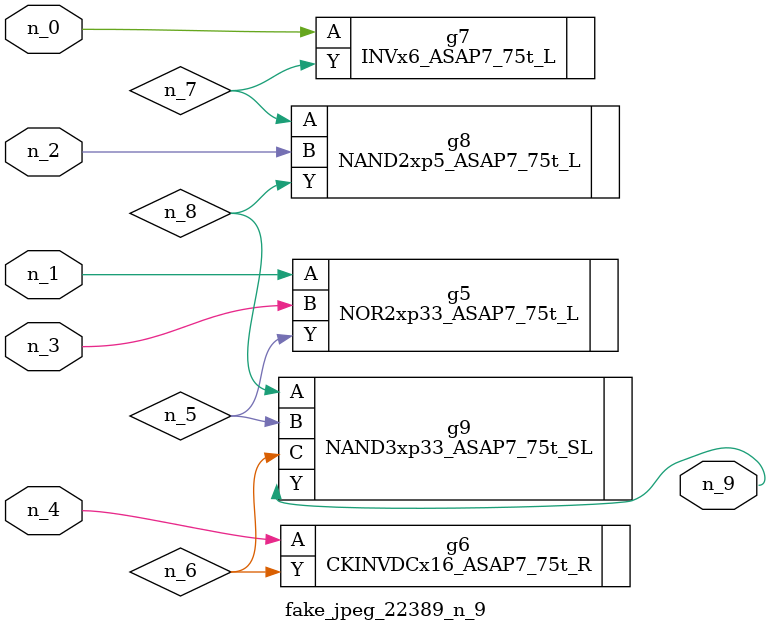
<source format=v>
module fake_jpeg_22389_n_9 (n_3, n_2, n_1, n_0, n_4, n_9);

input n_3;
input n_2;
input n_1;
input n_0;
input n_4;

output n_9;

wire n_8;
wire n_6;
wire n_5;
wire n_7;

NOR2xp33_ASAP7_75t_L g5 ( 
.A(n_1),
.B(n_3),
.Y(n_5)
);

CKINVDCx16_ASAP7_75t_R g6 ( 
.A(n_4),
.Y(n_6)
);

INVx6_ASAP7_75t_L g7 ( 
.A(n_0),
.Y(n_7)
);

NAND2xp5_ASAP7_75t_L g8 ( 
.A(n_7),
.B(n_2),
.Y(n_8)
);

NAND3xp33_ASAP7_75t_SL g9 ( 
.A(n_8),
.B(n_5),
.C(n_6),
.Y(n_9)
);


endmodule
</source>
